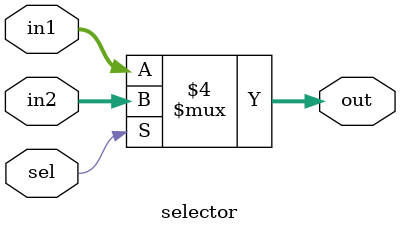
<source format=v>
 /* a */

module selector (in1, in2, sel, out);
	input [3:0] in1, in2;
	input sel;
	output [3:0] out;


	reg [3:0] out;
		always @ (in1 or in2 or sel) begin
			if(sel == 0)begin
				out <= in1;
			end
			else begin
				out <= in2;
			end
		end
endmodule
</source>
